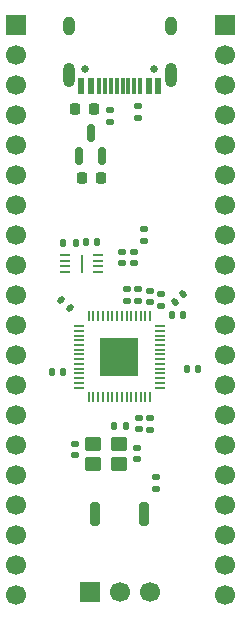
<source format=gbr>
%TF.GenerationSoftware,KiCad,Pcbnew,9.0.5*%
%TF.CreationDate,2025-12-04T18:44:12-08:00*%
%TF.ProjectId,devboard,64657662-6f61-4726-942e-6b696361645f,rev?*%
%TF.SameCoordinates,Original*%
%TF.FileFunction,Soldermask,Top*%
%TF.FilePolarity,Negative*%
%FSLAX46Y46*%
G04 Gerber Fmt 4.6, Leading zero omitted, Abs format (unit mm)*
G04 Created by KiCad (PCBNEW 9.0.5) date 2025-12-04 18:44:12*
%MOMM*%
%LPD*%
G01*
G04 APERTURE LIST*
G04 Aperture macros list*
%AMRoundRect*
0 Rectangle with rounded corners*
0 $1 Rounding radius*
0 $2 $3 $4 $5 $6 $7 $8 $9 X,Y pos of 4 corners*
0 Add a 4 corners polygon primitive as box body*
4,1,4,$2,$3,$4,$5,$6,$7,$8,$9,$2,$3,0*
0 Add four circle primitives for the rounded corners*
1,1,$1+$1,$2,$3*
1,1,$1+$1,$4,$5*
1,1,$1+$1,$6,$7*
1,1,$1+$1,$8,$9*
0 Add four rect primitives between the rounded corners*
20,1,$1+$1,$2,$3,$4,$5,0*
20,1,$1+$1,$4,$5,$6,$7,0*
20,1,$1+$1,$6,$7,$8,$9,0*
20,1,$1+$1,$8,$9,$2,$3,0*%
G04 Aperture macros list end*
%ADD10RoundRect,0.135000X0.135000X0.185000X-0.135000X0.185000X-0.135000X-0.185000X0.135000X-0.185000X0*%
%ADD11RoundRect,0.135000X-0.185000X0.135000X-0.185000X-0.135000X0.185000X-0.135000X0.185000X0.135000X0*%
%ADD12RoundRect,0.250000X-0.450000X-0.350000X0.450000X-0.350000X0.450000X0.350000X-0.450000X0.350000X0*%
%ADD13RoundRect,0.140000X0.170000X-0.140000X0.170000X0.140000X-0.170000X0.140000X-0.170000X-0.140000X0*%
%ADD14R,1.700000X1.700000*%
%ADD15C,1.700000*%
%ADD16RoundRect,0.140000X0.140000X0.170000X-0.140000X0.170000X-0.140000X-0.170000X0.140000X-0.170000X0*%
%ADD17RoundRect,0.150000X0.150000X-0.587500X0.150000X0.587500X-0.150000X0.587500X-0.150000X-0.587500X0*%
%ADD18RoundRect,0.140000X-0.170000X0.140000X-0.170000X-0.140000X0.170000X-0.140000X0.170000X0.140000X0*%
%ADD19RoundRect,0.135000X-0.135000X-0.185000X0.135000X-0.185000X0.135000X0.185000X-0.135000X0.185000X0*%
%ADD20RoundRect,0.225000X0.225000X0.250000X-0.225000X0.250000X-0.225000X-0.250000X0.225000X-0.250000X0*%
%ADD21RoundRect,0.225000X-0.225000X-0.250000X0.225000X-0.250000X0.225000X0.250000X-0.225000X0.250000X0*%
%ADD22RoundRect,0.062500X-0.387500X-0.062500X0.387500X-0.062500X0.387500X0.062500X-0.387500X0.062500X0*%
%ADD23R,0.200000X1.600000*%
%ADD24RoundRect,0.135000X0.185000X-0.135000X0.185000X0.135000X-0.185000X0.135000X-0.185000X-0.135000X0*%
%ADD25RoundRect,0.140000X-0.140000X-0.170000X0.140000X-0.170000X0.140000X0.170000X-0.140000X0.170000X0*%
%ADD26RoundRect,0.140000X0.219203X0.021213X0.021213X0.219203X-0.219203X-0.021213X-0.021213X-0.219203X0*%
%ADD27RoundRect,0.140000X0.021213X-0.219203X0.219203X-0.021213X-0.021213X0.219203X-0.219203X0.021213X0*%
%ADD28C,0.650000*%
%ADD29R,0.600000X1.450000*%
%ADD30R,0.300000X1.450000*%
%ADD31O,1.000000X2.100000*%
%ADD32O,1.000000X1.600000*%
%ADD33RoundRect,0.200000X-0.200000X-0.800000X0.200000X-0.800000X0.200000X0.800000X-0.200000X0.800000X0*%
%ADD34RoundRect,0.050000X-0.387500X-0.050000X0.387500X-0.050000X0.387500X0.050000X-0.387500X0.050000X0*%
%ADD35RoundRect,0.050000X-0.050000X-0.387500X0.050000X-0.387500X0.050000X0.387500X-0.050000X0.387500X0*%
%ADD36R,3.200000X3.200000*%
G04 APERTURE END LIST*
D10*
%TO.C,R6*%
X149549999Y-77550000D03*
X148530001Y-77550000D03*
%TD*%
D11*
%TO.C,R1*%
X154880000Y-66000001D03*
X154880000Y-67019999D03*
%TD*%
D12*
%TO.C,Crystal24*%
X150990000Y-96270000D03*
X153190000Y-96270000D03*
X153190000Y-94570000D03*
X150990000Y-94570000D03*
%TD*%
D13*
%TO.C,C4*%
X154460000Y-79270000D03*
X154460000Y-78310000D03*
%TD*%
%TO.C,C6*%
X156790000Y-82900000D03*
X156790000Y-81940000D03*
%TD*%
D14*
%TO.C,J2*%
X144490000Y-59140000D03*
D15*
X144490000Y-61680000D03*
X144490000Y-64220000D03*
X144490000Y-66760000D03*
X144490000Y-69300000D03*
X144490000Y-71840000D03*
X144490000Y-74380000D03*
X144490000Y-76920000D03*
X144490000Y-79460000D03*
X144490000Y-82000000D03*
X144490000Y-84540000D03*
X144490000Y-87080000D03*
X144490000Y-89620000D03*
X144490000Y-92160000D03*
X144490000Y-94700000D03*
X144490000Y-97240000D03*
X144490000Y-99780000D03*
X144490000Y-102320000D03*
X144490000Y-104860000D03*
X144490000Y-107400000D03*
%TD*%
D16*
%TO.C,C17*%
X151400000Y-77520000D03*
X150440000Y-77520000D03*
%TD*%
D17*
%TO.C,U2*%
X149870000Y-70185000D03*
X151770000Y-70185000D03*
X150820000Y-68310000D03*
%TD*%
D14*
%TO.C,J4*%
X150740000Y-107120000D03*
D15*
X153280000Y-107120000D03*
X155820000Y-107120000D03*
%TD*%
D18*
%TO.C,C16*%
X149520000Y-94600000D03*
X149520000Y-95560000D03*
%TD*%
D19*
%TO.C,R5*%
X152810000Y-93110000D03*
X153830000Y-93110000D03*
%TD*%
D20*
%TO.C,C13*%
X151080000Y-66240000D03*
X149530000Y-66240000D03*
%TD*%
D14*
%TO.C,J3*%
X162170000Y-59100000D03*
D15*
X162170000Y-61640000D03*
X162170000Y-64180000D03*
X162170000Y-66720000D03*
X162170000Y-69260000D03*
X162170000Y-71800000D03*
X162170000Y-74340000D03*
X162170000Y-76880000D03*
X162170000Y-79420000D03*
X162170000Y-81960000D03*
X162170000Y-84500000D03*
X162170000Y-87040000D03*
X162170000Y-89580000D03*
X162170000Y-92120000D03*
X162170000Y-94660000D03*
X162170000Y-97200000D03*
X162170000Y-99740000D03*
X162170000Y-102280000D03*
X162170000Y-104820000D03*
X162170000Y-107360000D03*
%TD*%
D11*
%TO.C,R3*%
X154880000Y-81440000D03*
X154880000Y-82459998D03*
%TD*%
D16*
%TO.C,C2*%
X148520000Y-88510000D03*
X147560000Y-88510000D03*
%TD*%
D21*
%TO.C,C14*%
X150115000Y-72090000D03*
X151665000Y-72090000D03*
%TD*%
D22*
%TO.C,U3*%
X148635000Y-78567500D03*
X148635000Y-79067500D03*
X148635000Y-79567500D03*
X148635000Y-80067500D03*
X151485000Y-80067500D03*
X151485000Y-79567500D03*
X151485000Y-79067500D03*
X151485000Y-78567500D03*
D23*
X150060000Y-79317500D03*
%TD*%
D24*
%TO.C,R2*%
X152430000Y-67309999D03*
X152430000Y-66290001D03*
%TD*%
D18*
%TO.C,C3*%
X154900000Y-92390000D03*
X154900000Y-93350000D03*
%TD*%
D13*
%TO.C,C10*%
X153510000Y-79280000D03*
X153510000Y-78320000D03*
%TD*%
D25*
%TO.C,C8*%
X158960000Y-88240000D03*
X159920000Y-88240000D03*
%TD*%
D26*
%TO.C,C1*%
X149039411Y-83079411D03*
X148360589Y-82400589D03*
%TD*%
D27*
%TO.C,C9*%
X157970589Y-82599411D03*
X158649411Y-81920589D03*
%TD*%
D13*
%TO.C,C5*%
X155350000Y-77380000D03*
X155350000Y-76420000D03*
%TD*%
D24*
%TO.C,R7*%
X156350000Y-98429999D03*
X156350000Y-97410001D03*
%TD*%
D13*
%TO.C,C15*%
X154720000Y-95910000D03*
X154720000Y-94950000D03*
%TD*%
D25*
%TO.C,C7*%
X157680000Y-83710000D03*
X158640000Y-83710000D03*
%TD*%
D28*
%TO.C,J1*%
X156170000Y-62830000D03*
X150390000Y-62830000D03*
D29*
X156530000Y-64275000D03*
X155730000Y-64275000D03*
D30*
X154530000Y-64275000D03*
X153530000Y-64275000D03*
X153030000Y-64275000D03*
X152030000Y-64275000D03*
D29*
X150830000Y-64275000D03*
X150030000Y-64275000D03*
X150030000Y-64275000D03*
X150830000Y-64275000D03*
D30*
X151530000Y-64275000D03*
X152530000Y-64275000D03*
X154030000Y-64275000D03*
X155030000Y-64275000D03*
D29*
X155730000Y-64275000D03*
X156530000Y-64275000D03*
D31*
X157600000Y-63360000D03*
D32*
X157600000Y-59180000D03*
D31*
X148960000Y-63360000D03*
D32*
X148960000Y-59180000D03*
%TD*%
D33*
%TO.C,SW1*%
X151180000Y-100560000D03*
X155380000Y-100560000D03*
%TD*%
D34*
%TO.C,U1*%
X149832500Y-84620000D03*
X149832500Y-85020000D03*
X149832500Y-85420000D03*
X149832500Y-85820000D03*
X149832500Y-86220000D03*
X149832500Y-86620000D03*
X149832500Y-87020000D03*
X149832500Y-87420000D03*
X149832500Y-87820000D03*
X149832500Y-88220000D03*
X149832500Y-88620000D03*
X149832500Y-89020000D03*
X149832500Y-89420000D03*
X149832500Y-89820000D03*
D35*
X150670000Y-90657500D03*
X151070000Y-90657500D03*
X151470000Y-90657500D03*
X151870000Y-90657500D03*
X152270000Y-90657500D03*
X152670000Y-90657500D03*
X153070000Y-90657500D03*
X153470000Y-90657500D03*
X153870000Y-90657500D03*
X154270000Y-90657500D03*
X154670000Y-90657500D03*
X155070000Y-90657500D03*
X155470000Y-90657500D03*
X155870000Y-90657500D03*
D34*
X156707500Y-89820000D03*
X156707500Y-89420000D03*
X156707500Y-89020000D03*
X156707500Y-88620000D03*
X156707500Y-88220000D03*
X156707500Y-87820000D03*
X156707500Y-87420000D03*
X156707500Y-87020000D03*
X156707500Y-86620000D03*
X156707500Y-86220000D03*
X156707500Y-85820000D03*
X156707500Y-85420000D03*
X156707500Y-85020000D03*
X156707500Y-84620000D03*
D35*
X155870000Y-83782500D03*
X155470000Y-83782500D03*
X155070000Y-83782500D03*
X154670000Y-83782500D03*
X154270000Y-83782500D03*
X153870000Y-83782500D03*
X153470000Y-83782500D03*
X153070000Y-83782500D03*
X152670000Y-83782500D03*
X152270000Y-83782500D03*
X151870000Y-83782500D03*
X151470000Y-83782500D03*
X151070000Y-83782500D03*
X150670000Y-83782500D03*
D36*
X153270000Y-87220000D03*
%TD*%
D11*
%TO.C,R4*%
X153930000Y-81460000D03*
X153930000Y-82479998D03*
%TD*%
D18*
%TO.C,C11*%
X155820000Y-92420000D03*
X155820000Y-93380000D03*
%TD*%
D13*
%TO.C,C12*%
X155830000Y-82580000D03*
X155830000Y-81620000D03*
%TD*%
M02*

</source>
